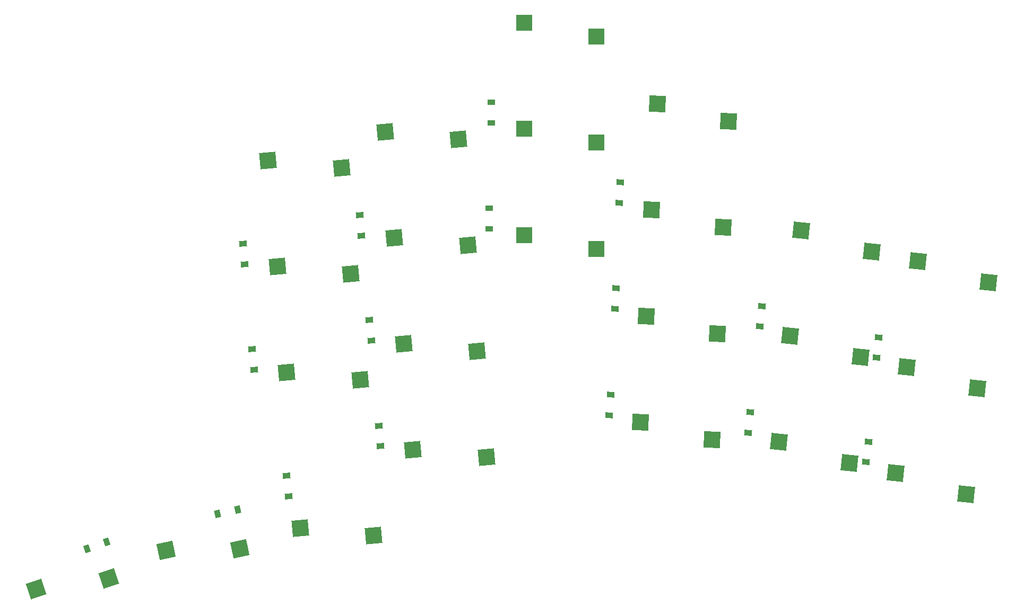
<source format=gbr>
%TF.GenerationSoftware,KiCad,Pcbnew,(6.0.7-1)-1*%
%TF.CreationDate,2022-09-15T11:19:35-04:00*%
%TF.ProjectId,skyline_pcb_right,736b796c-696e-4655-9f70-63625f726967,v1.0.0*%
%TF.SameCoordinates,Original*%
%TF.FileFunction,Paste,Bot*%
%TF.FilePolarity,Positive*%
%FSLAX46Y46*%
G04 Gerber Fmt 4.6, Leading zero omitted, Abs format (unit mm)*
G04 Created by KiCad (PCBNEW (6.0.7-1)-1) date 2022-09-15 11:19:35*
%MOMM*%
%LPD*%
G01*
G04 APERTURE LIST*
G04 Aperture macros list*
%AMRotRect*
0 Rectangle, with rotation*
0 The origin of the aperture is its center*
0 $1 length*
0 $2 width*
0 $3 Rotation angle, in degrees counterclockwise*
0 Add horizontal line*
21,1,$1,$2,0,0,$3*%
G04 Aperture macros list end*
%ADD10RotRect,2.600000X2.600000X12.000000*%
%ADD11RotRect,2.600000X2.600000X19.000000*%
%ADD12RotRect,2.600000X2.600000X357.000000*%
%ADD13RotRect,2.600000X2.600000X354.000000*%
%ADD14RotRect,0.900000X1.200000X95.000000*%
%ADD15RotRect,2.600000X2.600000X5.000000*%
%ADD16R,2.600000X2.600000*%
%ADD17RotRect,0.900000X1.200000X84.000000*%
%ADD18RotRect,0.900000X1.200000X12.000000*%
%ADD19R,1.200000X0.900000*%
%ADD20RotRect,0.900000X1.200000X87.000000*%
%ADD21RotRect,0.900000X1.200000X19.000000*%
G04 APERTURE END LIST*
D10*
%TO.C,S43*%
X168729851Y-168144004D03*
X180484862Y-167894548D03*
%TD*%
D11*
%TO.C,S45*%
X147921845Y-174266181D03*
X159558835Y-172586010D03*
%TD*%
D12*
%TO.C,S19*%
X247057013Y-96707156D03*
X258476045Y-99508621D03*
%TD*%
D13*
%TO.C,S1*%
X285074642Y-155731079D03*
X296331407Y-159126331D03*
%TD*%
%TO.C,S11*%
X270046279Y-116947728D03*
X281303044Y-120342980D03*
%TD*%
D14*
%TO.C,D14*%
X181230366Y-122418600D03*
X180942752Y-119131158D03*
%TD*%
D15*
%TO.C,S37*%
X186468321Y-122763140D03*
X198166112Y-123948119D03*
%TD*%
D16*
%TO.C,S23*%
X225807503Y-100753441D03*
X237357503Y-102953441D03*
%TD*%
D17*
%TO.C,D1*%
X280409252Y-154015803D03*
X280754196Y-150733881D03*
%TD*%
D18*
%TO.C,D16*%
X176927966Y-162307598D03*
X180155854Y-161621490D03*
%TD*%
D13*
%TO.C,S5*%
X288628610Y-121917335D03*
X299885375Y-125312587D03*
%TD*%
D15*
%TO.C,S35*%
X187949969Y-139698450D03*
X199647760Y-140883429D03*
%TD*%
D14*
%TO.C,D12*%
X199876192Y-117784712D03*
X199588578Y-114497270D03*
%TD*%
D16*
%TO.C,S25*%
X225807503Y-83753441D03*
X237357503Y-85953441D03*
%TD*%
D15*
%TO.C,S39*%
X184986673Y-105827830D03*
X196684464Y-107012809D03*
%TD*%
D16*
%TO.C,S21*%
X225807503Y-117753441D03*
X237357503Y-119953441D03*
%TD*%
D19*
%TO.C,D8*%
X220271806Y-116738220D03*
X220271806Y-113438220D03*
%TD*%
D12*
%TO.C,S17*%
X246167302Y-113683858D03*
X257586334Y-116485323D03*
%TD*%
D20*
%TO.C,D7*%
X240995417Y-112584894D03*
X241168125Y-109289416D03*
%TD*%
D15*
%TO.C,S31*%
X205138911Y-118168407D03*
X216836702Y-119353386D03*
%TD*%
%TO.C,S27*%
X208102206Y-152039027D03*
X219799997Y-153224006D03*
%TD*%
D21*
%TO.C,D17*%
X156115667Y-167873596D03*
X159235879Y-166799222D03*
%TD*%
D13*
%TO.C,S3*%
X286851626Y-138824207D03*
X298108391Y-142219459D03*
%TD*%
D14*
%TO.C,D11*%
X201431365Y-134608159D03*
X201143751Y-131320717D03*
%TD*%
D15*
%TO.C,S41*%
X190128862Y-164603318D03*
X201826653Y-165788297D03*
%TD*%
D17*
%TO.C,D4*%
X263393404Y-132329433D03*
X263738348Y-129047511D03*
%TD*%
D20*
%TO.C,D6*%
X240324663Y-129502799D03*
X240497371Y-126207321D03*
%TD*%
D14*
%TO.C,D15*%
X188236018Y-159459123D03*
X187948404Y-156171681D03*
%TD*%
D17*
%TO.C,D2*%
X282025458Y-137322824D03*
X282370402Y-134040902D03*
%TD*%
D15*
%TO.C,S29*%
X206620558Y-135103717D03*
X218318349Y-136288696D03*
%TD*%
D12*
%TO.C,S15*%
X245277590Y-130660560D03*
X256696622Y-133462025D03*
%TD*%
D19*
%TO.C,D9*%
X220586513Y-99768303D03*
X220586513Y-96468303D03*
%TD*%
D15*
%TO.C,S33*%
X203657263Y-101233097D03*
X215355054Y-102418076D03*
%TD*%
D17*
%TO.C,D3*%
X261553614Y-149320526D03*
X261898558Y-146038604D03*
%TD*%
D14*
%TO.C,D13*%
X182720931Y-139261977D03*
X182433317Y-135974535D03*
%TD*%
D20*
%TO.C,D5*%
X239430325Y-146495231D03*
X239603033Y-143199753D03*
%TD*%
D13*
%TO.C,S7*%
X266492311Y-150761472D03*
X277749076Y-154156724D03*
%TD*%
D12*
%TO.C,S13*%
X244387879Y-147637263D03*
X255806911Y-150438728D03*
%TD*%
D13*
%TO.C,S9*%
X268269295Y-133854600D03*
X279526060Y-137249852D03*
%TD*%
D14*
%TO.C,D10*%
X202904808Y-151468827D03*
X202617194Y-148181385D03*
%TD*%
M02*

</source>
